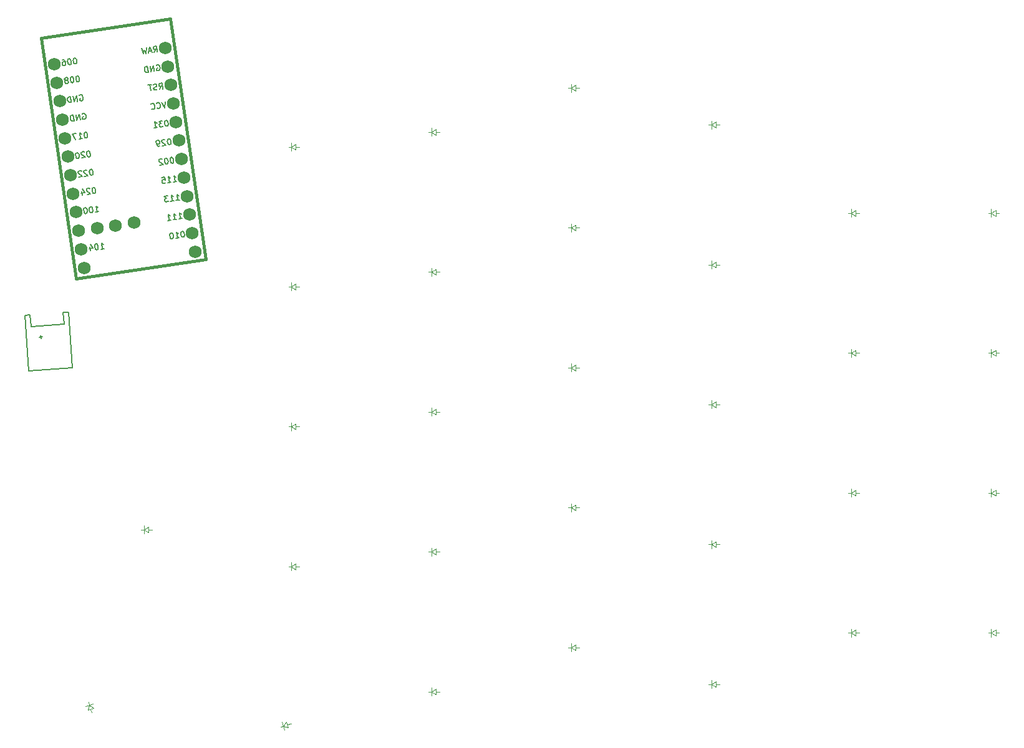
<source format=gbr>
%TF.GenerationSoftware,KiCad,Pcbnew,8.0.8*%
%TF.CreationDate,2025-02-23T20:19:19+00:00*%
%TF.ProjectId,right_final,72696768-745f-4666-996e-616c2e6b6963,v1.0.0*%
%TF.SameCoordinates,Original*%
%TF.FileFunction,Legend,Bot*%
%TF.FilePolarity,Positive*%
%FSLAX46Y46*%
G04 Gerber Fmt 4.6, Leading zero omitted, Abs format (unit mm)*
G04 Created by KiCad (PCBNEW 8.0.8) date 2025-02-23 20:19:19*
%MOMM*%
%LPD*%
G01*
G04 APERTURE LIST*
%ADD10C,0.150000*%
%ADD11C,0.381000*%
%ADD12C,0.100000*%
%ADD13C,1.752600*%
G04 APERTURE END LIST*
D10*
X155730931Y-102956466D02*
X155939812Y-102541009D01*
X156183286Y-102890475D02*
X156067801Y-102098854D01*
X156067801Y-102098854D02*
X155766231Y-102142849D01*
X155766231Y-102142849D02*
X155696338Y-102191543D01*
X155696338Y-102191543D02*
X155664141Y-102234739D01*
X155664141Y-102234739D02*
X155637443Y-102315631D01*
X155637443Y-102315631D02*
X155653941Y-102428719D01*
X155653941Y-102428719D02*
X155702636Y-102498612D01*
X155702636Y-102498612D02*
X155745832Y-102530809D01*
X155745832Y-102530809D02*
X155826723Y-102557507D01*
X155826723Y-102557507D02*
X156128293Y-102513513D01*
X155396366Y-102774283D02*
X155019404Y-102829276D01*
X155504754Y-102989462D02*
X155125395Y-102236336D01*
X155125395Y-102236336D02*
X154977007Y-103066452D01*
X154673041Y-102302328D02*
X154600045Y-103121445D01*
X154600045Y-103121445D02*
X154366771Y-102577999D01*
X154366771Y-102577999D02*
X154298475Y-103165439D01*
X154298475Y-103165439D02*
X153994509Y-102401315D01*
X156025305Y-104710438D02*
X156095198Y-104661743D01*
X156095198Y-104661743D02*
X156208287Y-104645245D01*
X156208287Y-104645245D02*
X156326875Y-104666444D01*
X156326875Y-104666444D02*
X156413266Y-104730838D01*
X156413266Y-104730838D02*
X156461961Y-104800731D01*
X156461961Y-104800731D02*
X156521654Y-104946016D01*
X156521654Y-104946016D02*
X156538152Y-105059105D01*
X156538152Y-105059105D02*
X156522453Y-105215389D01*
X156522453Y-105215389D02*
X156495755Y-105296281D01*
X156495755Y-105296281D02*
X156431361Y-105382672D01*
X156431361Y-105382672D02*
X156323772Y-105436866D01*
X156323772Y-105436866D02*
X156248380Y-105447865D01*
X156248380Y-105447865D02*
X156129792Y-105426666D01*
X156129792Y-105426666D02*
X156086596Y-105394469D01*
X156086596Y-105394469D02*
X156048101Y-105130596D01*
X156048101Y-105130596D02*
X156198886Y-105108599D01*
X155758329Y-105519355D02*
X155642844Y-104727735D01*
X155642844Y-104727735D02*
X155305974Y-105585347D01*
X155305974Y-105585347D02*
X155190489Y-104793726D01*
X154929012Y-105640340D02*
X154813527Y-104848719D01*
X154813527Y-104848719D02*
X154625046Y-104876215D01*
X154625046Y-104876215D02*
X154517457Y-104930409D01*
X154517457Y-104930409D02*
X154453063Y-105016800D01*
X154453063Y-105016800D02*
X154426365Y-105097692D01*
X154426365Y-105097692D02*
X154410666Y-105253976D01*
X154410666Y-105253976D02*
X154427164Y-105367065D01*
X154427164Y-105367065D02*
X154486857Y-105512351D01*
X154486857Y-105512351D02*
X154535552Y-105582244D01*
X154535552Y-105582244D02*
X154621943Y-105646638D01*
X154621943Y-105646638D02*
X154740531Y-105667836D01*
X154740531Y-105667836D02*
X154929012Y-105640340D01*
X156464259Y-107983257D02*
X156673140Y-107567800D01*
X156916614Y-107917266D02*
X156801129Y-107125645D01*
X156801129Y-107125645D02*
X156499559Y-107169639D01*
X156499559Y-107169639D02*
X156429666Y-107218334D01*
X156429666Y-107218334D02*
X156397469Y-107261530D01*
X156397469Y-107261530D02*
X156370771Y-107342422D01*
X156370771Y-107342422D02*
X156387269Y-107455510D01*
X156387269Y-107455510D02*
X156435964Y-107525403D01*
X156435964Y-107525403D02*
X156479160Y-107557600D01*
X156479160Y-107557600D02*
X156560051Y-107584298D01*
X156560051Y-107584298D02*
X156861621Y-107540304D01*
X156157190Y-107989555D02*
X156049601Y-108043749D01*
X156049601Y-108043749D02*
X155861120Y-108071246D01*
X155861120Y-108071246D02*
X155780228Y-108044548D01*
X155780228Y-108044548D02*
X155737033Y-108012351D01*
X155737033Y-108012351D02*
X155688338Y-107942458D01*
X155688338Y-107942458D02*
X155677339Y-107867066D01*
X155677339Y-107867066D02*
X155704037Y-107786174D01*
X155704037Y-107786174D02*
X155736234Y-107742978D01*
X155736234Y-107742978D02*
X155806127Y-107694284D01*
X155806127Y-107694284D02*
X155951413Y-107634590D01*
X155951413Y-107634590D02*
X156021306Y-107585895D01*
X156021306Y-107585895D02*
X156053503Y-107542700D01*
X156053503Y-107542700D02*
X156080200Y-107461808D01*
X156080200Y-107461808D02*
X156069202Y-107386416D01*
X156069202Y-107386416D02*
X156020507Y-107316523D01*
X156020507Y-107316523D02*
X155977311Y-107284326D01*
X155977311Y-107284326D02*
X155896420Y-107257628D01*
X155896420Y-107257628D02*
X155707939Y-107285124D01*
X155707939Y-107285124D02*
X155600349Y-107339319D01*
X155368672Y-107334618D02*
X154916318Y-107400609D01*
X155257980Y-108159234D02*
X155142495Y-107367614D01*
X157287150Y-109621628D02*
X157138762Y-110451744D01*
X157138762Y-110451744D02*
X156759403Y-109698618D01*
X156147662Y-110519333D02*
X156190857Y-110551530D01*
X156190857Y-110551530D02*
X156309445Y-110572728D01*
X156309445Y-110572728D02*
X156384837Y-110561730D01*
X156384837Y-110561730D02*
X156492427Y-110507536D01*
X156492427Y-110507536D02*
X156556821Y-110421145D01*
X156556821Y-110421145D02*
X156583518Y-110340253D01*
X156583518Y-110340253D02*
X156599217Y-110183969D01*
X156599217Y-110183969D02*
X156582720Y-110070880D01*
X156582720Y-110070880D02*
X156523026Y-109925594D01*
X156523026Y-109925594D02*
X156474331Y-109855701D01*
X156474331Y-109855701D02*
X156387940Y-109791307D01*
X156387940Y-109791307D02*
X156269352Y-109770109D01*
X156269352Y-109770109D02*
X156193960Y-109781108D01*
X156193960Y-109781108D02*
X156086371Y-109835302D01*
X156086371Y-109835302D02*
X156054174Y-109878497D01*
X155356041Y-110634818D02*
X155399236Y-110667015D01*
X155399236Y-110667015D02*
X155517824Y-110688213D01*
X155517824Y-110688213D02*
X155593217Y-110677215D01*
X155593217Y-110677215D02*
X155700806Y-110623021D01*
X155700806Y-110623021D02*
X155765200Y-110536630D01*
X155765200Y-110536630D02*
X155791898Y-110455738D01*
X155791898Y-110455738D02*
X155807597Y-110299454D01*
X155807597Y-110299454D02*
X155791099Y-110186365D01*
X155791099Y-110186365D02*
X155731406Y-110041079D01*
X155731406Y-110041079D02*
X155682711Y-109971186D01*
X155682711Y-109971186D02*
X155596320Y-109906792D01*
X155596320Y-109906792D02*
X155477732Y-109885594D01*
X155477732Y-109885594D02*
X155402339Y-109896593D01*
X155402339Y-109896593D02*
X155294750Y-109950787D01*
X155294750Y-109950787D02*
X155262553Y-109993982D01*
X157389942Y-112173519D02*
X157314549Y-112184518D01*
X157314549Y-112184518D02*
X157244656Y-112233213D01*
X157244656Y-112233213D02*
X157212459Y-112276408D01*
X157212459Y-112276408D02*
X157185761Y-112357300D01*
X157185761Y-112357300D02*
X157170062Y-112513584D01*
X157170062Y-112513584D02*
X157197559Y-112702065D01*
X157197559Y-112702065D02*
X157257252Y-112847351D01*
X157257252Y-112847351D02*
X157305947Y-112917244D01*
X157305947Y-112917244D02*
X157349142Y-112949441D01*
X157349142Y-112949441D02*
X157430034Y-112976139D01*
X157430034Y-112976139D02*
X157505427Y-112965140D01*
X157505427Y-112965140D02*
X157575320Y-112916445D01*
X157575320Y-112916445D02*
X157607517Y-112873250D01*
X157607517Y-112873250D02*
X157634214Y-112792358D01*
X157634214Y-112792358D02*
X157649913Y-112636074D01*
X157649913Y-112636074D02*
X157622417Y-112447593D01*
X157622417Y-112447593D02*
X157562724Y-112302307D01*
X157562724Y-112302307D02*
X157514029Y-112232414D01*
X157514029Y-112232414D02*
X157470833Y-112200217D01*
X157470833Y-112200217D02*
X157389942Y-112173519D01*
X156862194Y-112250509D02*
X156372143Y-112322000D01*
X156372143Y-112322000D02*
X156680011Y-112585075D01*
X156680011Y-112585075D02*
X156566923Y-112601573D01*
X156566923Y-112601573D02*
X156497029Y-112650268D01*
X156497029Y-112650268D02*
X156464832Y-112693463D01*
X156464832Y-112693463D02*
X156438135Y-112774355D01*
X156438135Y-112774355D02*
X156465631Y-112962836D01*
X156465631Y-112962836D02*
X156514326Y-113032729D01*
X156514326Y-113032729D02*
X156557522Y-113064926D01*
X156557522Y-113064926D02*
X156638413Y-113091624D01*
X156638413Y-113091624D02*
X156864591Y-113058628D01*
X156864591Y-113058628D02*
X156934484Y-113009933D01*
X156934484Y-113009933D02*
X156966681Y-112966738D01*
X155733704Y-113223606D02*
X156186058Y-113157615D01*
X155959881Y-113190611D02*
X155844396Y-112398990D01*
X155844396Y-112398990D02*
X155936286Y-112501080D01*
X155936286Y-112501080D02*
X156022677Y-112565474D01*
X156022677Y-112565474D02*
X156103569Y-112592172D01*
X157756607Y-114686914D02*
X157681214Y-114697913D01*
X157681214Y-114697913D02*
X157611321Y-114746608D01*
X157611321Y-114746608D02*
X157579124Y-114789803D01*
X157579124Y-114789803D02*
X157552426Y-114870695D01*
X157552426Y-114870695D02*
X157536727Y-115026979D01*
X157536727Y-115026979D02*
X157564224Y-115215460D01*
X157564224Y-115215460D02*
X157623917Y-115360746D01*
X157623917Y-115360746D02*
X157672612Y-115430639D01*
X157672612Y-115430639D02*
X157715807Y-115462836D01*
X157715807Y-115462836D02*
X157796699Y-115489534D01*
X157796699Y-115489534D02*
X157872092Y-115478535D01*
X157872092Y-115478535D02*
X157941985Y-115429840D01*
X157941985Y-115429840D02*
X157974182Y-115386645D01*
X157974182Y-115386645D02*
X158000879Y-115305753D01*
X158000879Y-115305753D02*
X158016578Y-115149469D01*
X158016578Y-115149469D02*
X157989082Y-114960988D01*
X157989082Y-114960988D02*
X157929389Y-114815702D01*
X157929389Y-114815702D02*
X157880694Y-114745809D01*
X157880694Y-114745809D02*
X157837498Y-114713612D01*
X157837498Y-114713612D02*
X157756607Y-114686914D01*
X157202162Y-114844796D02*
X157158966Y-114812599D01*
X157158966Y-114812599D02*
X157078074Y-114785902D01*
X157078074Y-114785902D02*
X156889593Y-114813398D01*
X156889593Y-114813398D02*
X156819700Y-114862093D01*
X156819700Y-114862093D02*
X156787503Y-114905288D01*
X156787503Y-114905288D02*
X156760806Y-114986180D01*
X156760806Y-114986180D02*
X156771804Y-115061572D01*
X156771804Y-115061572D02*
X156825998Y-115169162D01*
X156825998Y-115169162D02*
X157344344Y-115555525D01*
X157344344Y-115555525D02*
X156854293Y-115627016D01*
X156477331Y-115682009D02*
X156326546Y-115704006D01*
X156326546Y-115704006D02*
X156245654Y-115677308D01*
X156245654Y-115677308D02*
X156202459Y-115645111D01*
X156202459Y-115645111D02*
X156110569Y-115543021D01*
X156110569Y-115543021D02*
X156050875Y-115397735D01*
X156050875Y-115397735D02*
X156006881Y-115096166D01*
X156006881Y-115096166D02*
X156033579Y-115015274D01*
X156033579Y-115015274D02*
X156065775Y-114972078D01*
X156065775Y-114972078D02*
X156135669Y-114923384D01*
X156135669Y-114923384D02*
X156286454Y-114901387D01*
X156286454Y-114901387D02*
X156367345Y-114928084D01*
X156367345Y-114928084D02*
X156410541Y-114960281D01*
X156410541Y-114960281D02*
X156459236Y-115030174D01*
X156459236Y-115030174D02*
X156486732Y-115218655D01*
X156486732Y-115218655D02*
X156460034Y-115299547D01*
X156460034Y-115299547D02*
X156427837Y-115342743D01*
X156427837Y-115342743D02*
X156357944Y-115391437D01*
X156357944Y-115391437D02*
X156207159Y-115413435D01*
X156207159Y-115413435D02*
X156126268Y-115386737D01*
X156126268Y-115386737D02*
X156083072Y-115354540D01*
X156083072Y-115354540D02*
X156034377Y-115284647D01*
X158123272Y-117200310D02*
X158047879Y-117211309D01*
X158047879Y-117211309D02*
X157977986Y-117260004D01*
X157977986Y-117260004D02*
X157945789Y-117303199D01*
X157945789Y-117303199D02*
X157919091Y-117384091D01*
X157919091Y-117384091D02*
X157903392Y-117540375D01*
X157903392Y-117540375D02*
X157930889Y-117728856D01*
X157930889Y-117728856D02*
X157990582Y-117874142D01*
X157990582Y-117874142D02*
X158039277Y-117944035D01*
X158039277Y-117944035D02*
X158082472Y-117976232D01*
X158082472Y-117976232D02*
X158163364Y-118002930D01*
X158163364Y-118002930D02*
X158238757Y-117991931D01*
X158238757Y-117991931D02*
X158308650Y-117943236D01*
X158308650Y-117943236D02*
X158340847Y-117900041D01*
X158340847Y-117900041D02*
X158367544Y-117819149D01*
X158367544Y-117819149D02*
X158383243Y-117662865D01*
X158383243Y-117662865D02*
X158355747Y-117474384D01*
X158355747Y-117474384D02*
X158296054Y-117329098D01*
X158296054Y-117329098D02*
X158247359Y-117259205D01*
X158247359Y-117259205D02*
X158204163Y-117227008D01*
X158204163Y-117227008D02*
X158123272Y-117200310D01*
X157369347Y-117310296D02*
X157293955Y-117321295D01*
X157293955Y-117321295D02*
X157224061Y-117369989D01*
X157224061Y-117369989D02*
X157191864Y-117413185D01*
X157191864Y-117413185D02*
X157165167Y-117494077D01*
X157165167Y-117494077D02*
X157149468Y-117650361D01*
X157149468Y-117650361D02*
X157176964Y-117838842D01*
X157176964Y-117838842D02*
X157236657Y-117984128D01*
X157236657Y-117984128D02*
X157285352Y-118054021D01*
X157285352Y-118054021D02*
X157328548Y-118086218D01*
X157328548Y-118086218D02*
X157409439Y-118112915D01*
X157409439Y-118112915D02*
X157484832Y-118101917D01*
X157484832Y-118101917D02*
X157554725Y-118053222D01*
X157554725Y-118053222D02*
X157586922Y-118010026D01*
X157586922Y-118010026D02*
X157613620Y-117929135D01*
X157613620Y-117929135D02*
X157629319Y-117772851D01*
X157629319Y-117772851D02*
X157601822Y-117584369D01*
X157601822Y-117584369D02*
X157542129Y-117439084D01*
X157542129Y-117439084D02*
X157493434Y-117369191D01*
X157493434Y-117369191D02*
X157450239Y-117336994D01*
X157450239Y-117336994D02*
X157369347Y-117310296D01*
X156814902Y-117468178D02*
X156771706Y-117435981D01*
X156771706Y-117435981D02*
X156690815Y-117409283D01*
X156690815Y-117409283D02*
X156502334Y-117436780D01*
X156502334Y-117436780D02*
X156432440Y-117485474D01*
X156432440Y-117485474D02*
X156400244Y-117528670D01*
X156400244Y-117528670D02*
X156373546Y-117609562D01*
X156373546Y-117609562D02*
X156384544Y-117684954D01*
X156384544Y-117684954D02*
X156438739Y-117792544D01*
X156438739Y-117792544D02*
X156957085Y-118178907D01*
X156957085Y-118178907D02*
X156467034Y-118250397D01*
X158341547Y-120543821D02*
X158793902Y-120477830D01*
X158567724Y-120510825D02*
X158452239Y-119719205D01*
X158452239Y-119719205D02*
X158544130Y-119821295D01*
X158544130Y-119821295D02*
X158630521Y-119885689D01*
X158630521Y-119885689D02*
X158711412Y-119912386D01*
X157587622Y-120653807D02*
X158039977Y-120587815D01*
X157813800Y-120620811D02*
X157698315Y-119829190D01*
X157698315Y-119829190D02*
X157790205Y-119931280D01*
X157790205Y-119931280D02*
X157876596Y-119995674D01*
X157876596Y-119995674D02*
X157957488Y-120022372D01*
X156755909Y-119966673D02*
X157132871Y-119911680D01*
X157132871Y-119911680D02*
X157225560Y-120283143D01*
X157225560Y-120283143D02*
X157182365Y-120250946D01*
X157182365Y-120250946D02*
X157101473Y-120224248D01*
X157101473Y-120224248D02*
X156912992Y-120251744D01*
X156912992Y-120251744D02*
X156843099Y-120300439D01*
X156843099Y-120300439D02*
X156810902Y-120343635D01*
X156810902Y-120343635D02*
X156784204Y-120424526D01*
X156784204Y-120424526D02*
X156811701Y-120613008D01*
X156811701Y-120613008D02*
X156860395Y-120682901D01*
X156860395Y-120682901D02*
X156903591Y-120715098D01*
X156903591Y-120715098D02*
X156984483Y-120741795D01*
X156984483Y-120741795D02*
X157172964Y-120714299D01*
X157172964Y-120714299D02*
X157242857Y-120665604D01*
X157242857Y-120665604D02*
X157275054Y-120622409D01*
X158708212Y-123057217D02*
X159160567Y-122991226D01*
X158934389Y-123024221D02*
X158818904Y-122232601D01*
X158818904Y-122232601D02*
X158910795Y-122334691D01*
X158910795Y-122334691D02*
X158997186Y-122399085D01*
X158997186Y-122399085D02*
X159078077Y-122425782D01*
X157954287Y-123167203D02*
X158406642Y-123101211D01*
X158180465Y-123134207D02*
X158064980Y-122342586D01*
X158064980Y-122342586D02*
X158156870Y-122444676D01*
X158156870Y-122444676D02*
X158243261Y-122509070D01*
X158243261Y-122509070D02*
X158324153Y-122535768D01*
X157574929Y-122414077D02*
X157084878Y-122485568D01*
X157084878Y-122485568D02*
X157392746Y-122748643D01*
X157392746Y-122748643D02*
X157279657Y-122765140D01*
X157279657Y-122765140D02*
X157209764Y-122813835D01*
X157209764Y-122813835D02*
X157177567Y-122857031D01*
X157177567Y-122857031D02*
X157150869Y-122937922D01*
X157150869Y-122937922D02*
X157178366Y-123126404D01*
X157178366Y-123126404D02*
X157227060Y-123196297D01*
X157227060Y-123196297D02*
X157270256Y-123228494D01*
X157270256Y-123228494D02*
X157351148Y-123255191D01*
X157351148Y-123255191D02*
X157577325Y-123222196D01*
X157577325Y-123222196D02*
X157647218Y-123173501D01*
X157647218Y-123173501D02*
X157679415Y-123130305D01*
X159074877Y-125570612D02*
X159527232Y-125504621D01*
X159301054Y-125537616D02*
X159185569Y-124745996D01*
X159185569Y-124745996D02*
X159277460Y-124848086D01*
X159277460Y-124848086D02*
X159363851Y-124912480D01*
X159363851Y-124912480D02*
X159444742Y-124939177D01*
X158320952Y-125680598D02*
X158773307Y-125614606D01*
X158547130Y-125647602D02*
X158431645Y-124855981D01*
X158431645Y-124855981D02*
X158523535Y-124958071D01*
X158523535Y-124958071D02*
X158609926Y-125022465D01*
X158609926Y-125022465D02*
X158690818Y-125049163D01*
X157567028Y-125790583D02*
X158019382Y-125724592D01*
X157793205Y-125757588D02*
X157677720Y-124965967D01*
X157677720Y-124965967D02*
X157769610Y-125068057D01*
X157769610Y-125068057D02*
X157856001Y-125132451D01*
X157856001Y-125132451D02*
X157936893Y-125159149D01*
X159589931Y-127253892D02*
X159514538Y-127264891D01*
X159514538Y-127264891D02*
X159444645Y-127313586D01*
X159444645Y-127313586D02*
X159412448Y-127356781D01*
X159412448Y-127356781D02*
X159385750Y-127437673D01*
X159385750Y-127437673D02*
X159370051Y-127593957D01*
X159370051Y-127593957D02*
X159397548Y-127782438D01*
X159397548Y-127782438D02*
X159457241Y-127927724D01*
X159457241Y-127927724D02*
X159505936Y-127997617D01*
X159505936Y-127997617D02*
X159549131Y-128029814D01*
X159549131Y-128029814D02*
X159630023Y-128056512D01*
X159630023Y-128056512D02*
X159705416Y-128045513D01*
X159705416Y-128045513D02*
X159775309Y-127996818D01*
X159775309Y-127996818D02*
X159807506Y-127953623D01*
X159807506Y-127953623D02*
X159834203Y-127872731D01*
X159834203Y-127872731D02*
X159849902Y-127716447D01*
X159849902Y-127716447D02*
X159822406Y-127527966D01*
X159822406Y-127527966D02*
X159762713Y-127382680D01*
X159762713Y-127382680D02*
X159714018Y-127312787D01*
X159714018Y-127312787D02*
X159670822Y-127280590D01*
X159670822Y-127280590D02*
X159589931Y-127253892D01*
X158687617Y-128193994D02*
X159139972Y-128128002D01*
X158913795Y-128160998D02*
X158798310Y-127369377D01*
X158798310Y-127369377D02*
X158890200Y-127471467D01*
X158890200Y-127471467D02*
X158976591Y-127535861D01*
X158976591Y-127535861D02*
X159057483Y-127562559D01*
X158082081Y-127473864D02*
X158006689Y-127484862D01*
X158006689Y-127484862D02*
X157936796Y-127533557D01*
X157936796Y-127533557D02*
X157904599Y-127576753D01*
X157904599Y-127576753D02*
X157877901Y-127657644D01*
X157877901Y-127657644D02*
X157862202Y-127813929D01*
X157862202Y-127813929D02*
X157889698Y-128002410D01*
X157889698Y-128002410D02*
X157949392Y-128147695D01*
X157949392Y-128147695D02*
X157998087Y-128217588D01*
X157998087Y-128217588D02*
X158041282Y-128249785D01*
X158041282Y-128249785D02*
X158122174Y-128276483D01*
X158122174Y-128276483D02*
X158197566Y-128265484D01*
X158197566Y-128265484D02*
X158267459Y-128216790D01*
X158267459Y-128216790D02*
X158299656Y-128173594D01*
X158299656Y-128173594D02*
X158326354Y-128092702D01*
X158326354Y-128092702D02*
X158342053Y-127936418D01*
X158342053Y-127936418D02*
X158314557Y-127747937D01*
X158314557Y-127747937D02*
X158254863Y-127602652D01*
X158254863Y-127602652D02*
X158206169Y-127532758D01*
X158206169Y-127532758D02*
X158162973Y-127500561D01*
X158162973Y-127500561D02*
X158082081Y-127473864D01*
X144964898Y-103718592D02*
X144889505Y-103729591D01*
X144889505Y-103729591D02*
X144819612Y-103778286D01*
X144819612Y-103778286D02*
X144787415Y-103821481D01*
X144787415Y-103821481D02*
X144760717Y-103902373D01*
X144760717Y-103902373D02*
X144745018Y-104058657D01*
X144745018Y-104058657D02*
X144772515Y-104247138D01*
X144772515Y-104247138D02*
X144832208Y-104392424D01*
X144832208Y-104392424D02*
X144880903Y-104462317D01*
X144880903Y-104462317D02*
X144924098Y-104494514D01*
X144924098Y-104494514D02*
X145004990Y-104521212D01*
X145004990Y-104521212D02*
X145080383Y-104510213D01*
X145080383Y-104510213D02*
X145150276Y-104461518D01*
X145150276Y-104461518D02*
X145182473Y-104418323D01*
X145182473Y-104418323D02*
X145209170Y-104337431D01*
X145209170Y-104337431D02*
X145224869Y-104181147D01*
X145224869Y-104181147D02*
X145197373Y-103992666D01*
X145197373Y-103992666D02*
X145137680Y-103847380D01*
X145137680Y-103847380D02*
X145088985Y-103777487D01*
X145088985Y-103777487D02*
X145045789Y-103745290D01*
X145045789Y-103745290D02*
X144964898Y-103718592D01*
X144210973Y-103828578D02*
X144135581Y-103839577D01*
X144135581Y-103839577D02*
X144065687Y-103888271D01*
X144065687Y-103888271D02*
X144033490Y-103931467D01*
X144033490Y-103931467D02*
X144006793Y-104012359D01*
X144006793Y-104012359D02*
X143991094Y-104168643D01*
X143991094Y-104168643D02*
X144018590Y-104357124D01*
X144018590Y-104357124D02*
X144078283Y-104502410D01*
X144078283Y-104502410D02*
X144126978Y-104572303D01*
X144126978Y-104572303D02*
X144170174Y-104604500D01*
X144170174Y-104604500D02*
X144251065Y-104631197D01*
X144251065Y-104631197D02*
X144326458Y-104620199D01*
X144326458Y-104620199D02*
X144396351Y-104571504D01*
X144396351Y-104571504D02*
X144428548Y-104528308D01*
X144428548Y-104528308D02*
X144455246Y-104447417D01*
X144455246Y-104447417D02*
X144470945Y-104291133D01*
X144470945Y-104291133D02*
X144443448Y-104102651D01*
X144443448Y-104102651D02*
X144383755Y-103957366D01*
X144383755Y-103957366D02*
X144335060Y-103887473D01*
X144335060Y-103887473D02*
X144291865Y-103855276D01*
X144291865Y-103855276D02*
X144210973Y-103828578D01*
X143268567Y-103966060D02*
X143419352Y-103944063D01*
X143419352Y-103944063D02*
X143500244Y-103970761D01*
X143500244Y-103970761D02*
X143543439Y-104002958D01*
X143543439Y-104002958D02*
X143635330Y-104105048D01*
X143635330Y-104105048D02*
X143695023Y-104250333D01*
X143695023Y-104250333D02*
X143739017Y-104551903D01*
X143739017Y-104551903D02*
X143712320Y-104632795D01*
X143712320Y-104632795D02*
X143680123Y-104675990D01*
X143680123Y-104675990D02*
X143610229Y-104724685D01*
X143610229Y-104724685D02*
X143459445Y-104746682D01*
X143459445Y-104746682D02*
X143378553Y-104719985D01*
X143378553Y-104719985D02*
X143335357Y-104687788D01*
X143335357Y-104687788D02*
X143286663Y-104617895D01*
X143286663Y-104617895D02*
X143259166Y-104429413D01*
X143259166Y-104429413D02*
X143285864Y-104348522D01*
X143285864Y-104348522D02*
X143318061Y-104305326D01*
X143318061Y-104305326D02*
X143387954Y-104256631D01*
X143387954Y-104256631D02*
X143538739Y-104234634D01*
X143538739Y-104234634D02*
X143619631Y-104261332D01*
X143619631Y-104261332D02*
X143662826Y-104293529D01*
X143662826Y-104293529D02*
X143711521Y-104363422D01*
X145321457Y-106162721D02*
X145246064Y-106173720D01*
X145246064Y-106173720D02*
X145176171Y-106222415D01*
X145176171Y-106222415D02*
X145143974Y-106265610D01*
X145143974Y-106265610D02*
X145117276Y-106346502D01*
X145117276Y-106346502D02*
X145101577Y-106502786D01*
X145101577Y-106502786D02*
X145129074Y-106691267D01*
X145129074Y-106691267D02*
X145188767Y-106836553D01*
X145188767Y-106836553D02*
X145237462Y-106906446D01*
X145237462Y-106906446D02*
X145280657Y-106938643D01*
X145280657Y-106938643D02*
X145361549Y-106965341D01*
X145361549Y-106965341D02*
X145436942Y-106954342D01*
X145436942Y-106954342D02*
X145506835Y-106905647D01*
X145506835Y-106905647D02*
X145539032Y-106862452D01*
X145539032Y-106862452D02*
X145565729Y-106781560D01*
X145565729Y-106781560D02*
X145581428Y-106625276D01*
X145581428Y-106625276D02*
X145553932Y-106436795D01*
X145553932Y-106436795D02*
X145494239Y-106291509D01*
X145494239Y-106291509D02*
X145445544Y-106221616D01*
X145445544Y-106221616D02*
X145402348Y-106189419D01*
X145402348Y-106189419D02*
X145321457Y-106162721D01*
X144567532Y-106272707D02*
X144492140Y-106283706D01*
X144492140Y-106283706D02*
X144422246Y-106332400D01*
X144422246Y-106332400D02*
X144390049Y-106375596D01*
X144390049Y-106375596D02*
X144363352Y-106456488D01*
X144363352Y-106456488D02*
X144347653Y-106612772D01*
X144347653Y-106612772D02*
X144375149Y-106801253D01*
X144375149Y-106801253D02*
X144434842Y-106946539D01*
X144434842Y-106946539D02*
X144483537Y-107016432D01*
X144483537Y-107016432D02*
X144526733Y-107048629D01*
X144526733Y-107048629D02*
X144607624Y-107075326D01*
X144607624Y-107075326D02*
X144683017Y-107064328D01*
X144683017Y-107064328D02*
X144752910Y-107015633D01*
X144752910Y-107015633D02*
X144785107Y-106972437D01*
X144785107Y-106972437D02*
X144811805Y-106891546D01*
X144811805Y-106891546D02*
X144827504Y-106735262D01*
X144827504Y-106735262D02*
X144800007Y-106546780D01*
X144800007Y-106546780D02*
X144740314Y-106401495D01*
X144740314Y-106401495D02*
X144691619Y-106331602D01*
X144691619Y-106331602D02*
X144648424Y-106299405D01*
X144648424Y-106299405D02*
X144567532Y-106272707D01*
X143900797Y-106716460D02*
X143970690Y-106667765D01*
X143970690Y-106667765D02*
X144002887Y-106624569D01*
X144002887Y-106624569D02*
X144029585Y-106543678D01*
X144029585Y-106543678D02*
X144024086Y-106505981D01*
X144024086Y-106505981D02*
X143975391Y-106436088D01*
X143975391Y-106436088D02*
X143932195Y-106403891D01*
X143932195Y-106403891D02*
X143851304Y-106377194D01*
X143851304Y-106377194D02*
X143700519Y-106399191D01*
X143700519Y-106399191D02*
X143630625Y-106447885D01*
X143630625Y-106447885D02*
X143598429Y-106491081D01*
X143598429Y-106491081D02*
X143571731Y-106571973D01*
X143571731Y-106571973D02*
X143577230Y-106609669D01*
X143577230Y-106609669D02*
X143625925Y-106679562D01*
X143625925Y-106679562D02*
X143669120Y-106711759D01*
X143669120Y-106711759D02*
X143750012Y-106738457D01*
X143750012Y-106738457D02*
X143900797Y-106716460D01*
X143900797Y-106716460D02*
X143981689Y-106743157D01*
X143981689Y-106743157D02*
X144024884Y-106775354D01*
X144024884Y-106775354D02*
X144073579Y-106845247D01*
X144073579Y-106845247D02*
X144095576Y-106996032D01*
X144095576Y-106996032D02*
X144068879Y-107076924D01*
X144068879Y-107076924D02*
X144036682Y-107120119D01*
X144036682Y-107120119D02*
X143966788Y-107168814D01*
X143966788Y-107168814D02*
X143816004Y-107190811D01*
X143816004Y-107190811D02*
X143735112Y-107164114D01*
X143735112Y-107164114D02*
X143691916Y-107131917D01*
X143691916Y-107131917D02*
X143643222Y-107062024D01*
X143643222Y-107062024D02*
X143621224Y-106911239D01*
X143621224Y-106911239D02*
X143647922Y-106830347D01*
X143647922Y-106830347D02*
X143680119Y-106787151D01*
X143680119Y-106787151D02*
X143750012Y-106738457D01*
X145590636Y-108799578D02*
X145660529Y-108750883D01*
X145660529Y-108750883D02*
X145773618Y-108734385D01*
X145773618Y-108734385D02*
X145892206Y-108755584D01*
X145892206Y-108755584D02*
X145978597Y-108819978D01*
X145978597Y-108819978D02*
X146027292Y-108889871D01*
X146027292Y-108889871D02*
X146086985Y-109035156D01*
X146086985Y-109035156D02*
X146103483Y-109148245D01*
X146103483Y-109148245D02*
X146087784Y-109304529D01*
X146087784Y-109304529D02*
X146061086Y-109385421D01*
X146061086Y-109385421D02*
X145996692Y-109471812D01*
X145996692Y-109471812D02*
X145889103Y-109526006D01*
X145889103Y-109526006D02*
X145813711Y-109537005D01*
X145813711Y-109537005D02*
X145695123Y-109515806D01*
X145695123Y-109515806D02*
X145651927Y-109483609D01*
X145651927Y-109483609D02*
X145613432Y-109219736D01*
X145613432Y-109219736D02*
X145764217Y-109197739D01*
X145323660Y-109608495D02*
X145208175Y-108816875D01*
X145208175Y-108816875D02*
X144871305Y-109674487D01*
X144871305Y-109674487D02*
X144755820Y-108882866D01*
X144494343Y-109729480D02*
X144378858Y-108937859D01*
X144378858Y-108937859D02*
X144190377Y-108965355D01*
X144190377Y-108965355D02*
X144082788Y-109019549D01*
X144082788Y-109019549D02*
X144018394Y-109105940D01*
X144018394Y-109105940D02*
X143991696Y-109186832D01*
X143991696Y-109186832D02*
X143975997Y-109343116D01*
X143975997Y-109343116D02*
X143992495Y-109456205D01*
X143992495Y-109456205D02*
X144052188Y-109601491D01*
X144052188Y-109601491D02*
X144100883Y-109671384D01*
X144100883Y-109671384D02*
X144187274Y-109735778D01*
X144187274Y-109735778D02*
X144305862Y-109756976D01*
X144305862Y-109756976D02*
X144494343Y-109729480D01*
X145957301Y-111312973D02*
X146027194Y-111264278D01*
X146027194Y-111264278D02*
X146140283Y-111247780D01*
X146140283Y-111247780D02*
X146258871Y-111268979D01*
X146258871Y-111268979D02*
X146345262Y-111333373D01*
X146345262Y-111333373D02*
X146393957Y-111403266D01*
X146393957Y-111403266D02*
X146453650Y-111548551D01*
X146453650Y-111548551D02*
X146470148Y-111661640D01*
X146470148Y-111661640D02*
X146454449Y-111817924D01*
X146454449Y-111817924D02*
X146427751Y-111898816D01*
X146427751Y-111898816D02*
X146363357Y-111985207D01*
X146363357Y-111985207D02*
X146255768Y-112039401D01*
X146255768Y-112039401D02*
X146180376Y-112050400D01*
X146180376Y-112050400D02*
X146061788Y-112029201D01*
X146061788Y-112029201D02*
X146018592Y-111997004D01*
X146018592Y-111997004D02*
X145980097Y-111733131D01*
X145980097Y-111733131D02*
X146130882Y-111711134D01*
X145690325Y-112121890D02*
X145574840Y-111330270D01*
X145574840Y-111330270D02*
X145237970Y-112187882D01*
X145237970Y-112187882D02*
X145122485Y-111396261D01*
X144861008Y-112242875D02*
X144745523Y-111451254D01*
X144745523Y-111451254D02*
X144557042Y-111478750D01*
X144557042Y-111478750D02*
X144449453Y-111532944D01*
X144449453Y-111532944D02*
X144385059Y-111619335D01*
X144385059Y-111619335D02*
X144358361Y-111700227D01*
X144358361Y-111700227D02*
X144342662Y-111856511D01*
X144342662Y-111856511D02*
X144359160Y-111969600D01*
X144359160Y-111969600D02*
X144418853Y-112114886D01*
X144418853Y-112114886D02*
X144467548Y-112184779D01*
X144467548Y-112184779D02*
X144553939Y-112249173D01*
X144553939Y-112249173D02*
X144672527Y-112270371D01*
X144672527Y-112270371D02*
X144861008Y-112242875D01*
X146433000Y-113782070D02*
X146357607Y-113793069D01*
X146357607Y-113793069D02*
X146287714Y-113841764D01*
X146287714Y-113841764D02*
X146255517Y-113884959D01*
X146255517Y-113884959D02*
X146228819Y-113965851D01*
X146228819Y-113965851D02*
X146213120Y-114122135D01*
X146213120Y-114122135D02*
X146240617Y-114310616D01*
X146240617Y-114310616D02*
X146300310Y-114455902D01*
X146300310Y-114455902D02*
X146349005Y-114525795D01*
X146349005Y-114525795D02*
X146392200Y-114557992D01*
X146392200Y-114557992D02*
X146473092Y-114584690D01*
X146473092Y-114584690D02*
X146548485Y-114573691D01*
X146548485Y-114573691D02*
X146618378Y-114524996D01*
X146618378Y-114524996D02*
X146650575Y-114481801D01*
X146650575Y-114481801D02*
X146677272Y-114400909D01*
X146677272Y-114400909D02*
X146692971Y-114244625D01*
X146692971Y-114244625D02*
X146665475Y-114056144D01*
X146665475Y-114056144D02*
X146605782Y-113910858D01*
X146605782Y-113910858D02*
X146557087Y-113840965D01*
X146557087Y-113840965D02*
X146513891Y-113808768D01*
X146513891Y-113808768D02*
X146433000Y-113782070D01*
X145530686Y-114722172D02*
X145983041Y-114656180D01*
X145756864Y-114689176D02*
X145641379Y-113897555D01*
X145641379Y-113897555D02*
X145733269Y-113999645D01*
X145733269Y-113999645D02*
X145819660Y-114064039D01*
X145819660Y-114064039D02*
X145900552Y-114090737D01*
X145151328Y-113969046D02*
X144623581Y-114046036D01*
X144623581Y-114046036D02*
X145078331Y-114788163D01*
X146808326Y-116354837D02*
X146732933Y-116365836D01*
X146732933Y-116365836D02*
X146663040Y-116414531D01*
X146663040Y-116414531D02*
X146630843Y-116457726D01*
X146630843Y-116457726D02*
X146604145Y-116538618D01*
X146604145Y-116538618D02*
X146588446Y-116694902D01*
X146588446Y-116694902D02*
X146615943Y-116883383D01*
X146615943Y-116883383D02*
X146675636Y-117028669D01*
X146675636Y-117028669D02*
X146724331Y-117098562D01*
X146724331Y-117098562D02*
X146767526Y-117130759D01*
X146767526Y-117130759D02*
X146848418Y-117157457D01*
X146848418Y-117157457D02*
X146923811Y-117146458D01*
X146923811Y-117146458D02*
X146993704Y-117097763D01*
X146993704Y-117097763D02*
X147025901Y-117054568D01*
X147025901Y-117054568D02*
X147052598Y-116973676D01*
X147052598Y-116973676D02*
X147068297Y-116817392D01*
X147068297Y-116817392D02*
X147040801Y-116628911D01*
X147040801Y-116628911D02*
X146981108Y-116483625D01*
X146981108Y-116483625D02*
X146932413Y-116413732D01*
X146932413Y-116413732D02*
X146889217Y-116381535D01*
X146889217Y-116381535D02*
X146808326Y-116354837D01*
X146253881Y-116512719D02*
X146210685Y-116480522D01*
X146210685Y-116480522D02*
X146129793Y-116453825D01*
X146129793Y-116453825D02*
X145941312Y-116481321D01*
X145941312Y-116481321D02*
X145871419Y-116530016D01*
X145871419Y-116530016D02*
X145839222Y-116573211D01*
X145839222Y-116573211D02*
X145812525Y-116654103D01*
X145812525Y-116654103D02*
X145823523Y-116729495D01*
X145823523Y-116729495D02*
X145877717Y-116837085D01*
X145877717Y-116837085D02*
X146396063Y-117223448D01*
X146396063Y-117223448D02*
X145906012Y-117294939D01*
X145300476Y-116574809D02*
X145225084Y-116585807D01*
X145225084Y-116585807D02*
X145155191Y-116634502D01*
X145155191Y-116634502D02*
X145122994Y-116677698D01*
X145122994Y-116677698D02*
X145096296Y-116758589D01*
X145096296Y-116758589D02*
X145080597Y-116914874D01*
X145080597Y-116914874D02*
X145108093Y-117103355D01*
X145108093Y-117103355D02*
X145167787Y-117248640D01*
X145167787Y-117248640D02*
X145216482Y-117318533D01*
X145216482Y-117318533D02*
X145259677Y-117350730D01*
X145259677Y-117350730D02*
X145340569Y-117377428D01*
X145340569Y-117377428D02*
X145415961Y-117366429D01*
X145415961Y-117366429D02*
X145485854Y-117317735D01*
X145485854Y-117317735D02*
X145518051Y-117274539D01*
X145518051Y-117274539D02*
X145544749Y-117193647D01*
X145544749Y-117193647D02*
X145560448Y-117037363D01*
X145560448Y-117037363D02*
X145532952Y-116848882D01*
X145532952Y-116848882D02*
X145473258Y-116703597D01*
X145473258Y-116703597D02*
X145424564Y-116633703D01*
X145424564Y-116633703D02*
X145381368Y-116601506D01*
X145381368Y-116601506D02*
X145300476Y-116574809D01*
X147169217Y-118828651D02*
X147093824Y-118839650D01*
X147093824Y-118839650D02*
X147023931Y-118888345D01*
X147023931Y-118888345D02*
X146991734Y-118931540D01*
X146991734Y-118931540D02*
X146965036Y-119012432D01*
X146965036Y-119012432D02*
X146949337Y-119168716D01*
X146949337Y-119168716D02*
X146976834Y-119357197D01*
X146976834Y-119357197D02*
X147036527Y-119502483D01*
X147036527Y-119502483D02*
X147085222Y-119572376D01*
X147085222Y-119572376D02*
X147128417Y-119604573D01*
X147128417Y-119604573D02*
X147209309Y-119631271D01*
X147209309Y-119631271D02*
X147284702Y-119620272D01*
X147284702Y-119620272D02*
X147354595Y-119571577D01*
X147354595Y-119571577D02*
X147386792Y-119528382D01*
X147386792Y-119528382D02*
X147413489Y-119447490D01*
X147413489Y-119447490D02*
X147429188Y-119291206D01*
X147429188Y-119291206D02*
X147401692Y-119102725D01*
X147401692Y-119102725D02*
X147341999Y-118957439D01*
X147341999Y-118957439D02*
X147293304Y-118887546D01*
X147293304Y-118887546D02*
X147250108Y-118855349D01*
X147250108Y-118855349D02*
X147169217Y-118828651D01*
X146614772Y-118986533D02*
X146571576Y-118954336D01*
X146571576Y-118954336D02*
X146490684Y-118927639D01*
X146490684Y-118927639D02*
X146302203Y-118955135D01*
X146302203Y-118955135D02*
X146232310Y-119003830D01*
X146232310Y-119003830D02*
X146200113Y-119047025D01*
X146200113Y-119047025D02*
X146173416Y-119127917D01*
X146173416Y-119127917D02*
X146184414Y-119203309D01*
X146184414Y-119203309D02*
X146238608Y-119310899D01*
X146238608Y-119310899D02*
X146756954Y-119697262D01*
X146756954Y-119697262D02*
X146266903Y-119768753D01*
X145860847Y-119096519D02*
X145817651Y-119064322D01*
X145817651Y-119064322D02*
X145736760Y-119037624D01*
X145736760Y-119037624D02*
X145548279Y-119065121D01*
X145548279Y-119065121D02*
X145478385Y-119113815D01*
X145478385Y-119113815D02*
X145446189Y-119157011D01*
X145446189Y-119157011D02*
X145419491Y-119237903D01*
X145419491Y-119237903D02*
X145430489Y-119313295D01*
X145430489Y-119313295D02*
X145484684Y-119420885D01*
X145484684Y-119420885D02*
X146003030Y-119807248D01*
X146003030Y-119807248D02*
X145512979Y-119878738D01*
X147531551Y-121312361D02*
X147456158Y-121323360D01*
X147456158Y-121323360D02*
X147386265Y-121372055D01*
X147386265Y-121372055D02*
X147354068Y-121415250D01*
X147354068Y-121415250D02*
X147327370Y-121496142D01*
X147327370Y-121496142D02*
X147311671Y-121652426D01*
X147311671Y-121652426D02*
X147339168Y-121840907D01*
X147339168Y-121840907D02*
X147398861Y-121986193D01*
X147398861Y-121986193D02*
X147447556Y-122056086D01*
X147447556Y-122056086D02*
X147490751Y-122088283D01*
X147490751Y-122088283D02*
X147571643Y-122114981D01*
X147571643Y-122114981D02*
X147647036Y-122103982D01*
X147647036Y-122103982D02*
X147716929Y-122055287D01*
X147716929Y-122055287D02*
X147749126Y-122012092D01*
X147749126Y-122012092D02*
X147775823Y-121931200D01*
X147775823Y-121931200D02*
X147791522Y-121774916D01*
X147791522Y-121774916D02*
X147764026Y-121586435D01*
X147764026Y-121586435D02*
X147704333Y-121441149D01*
X147704333Y-121441149D02*
X147655638Y-121371256D01*
X147655638Y-121371256D02*
X147612442Y-121339059D01*
X147612442Y-121339059D02*
X147531551Y-121312361D01*
X146977106Y-121470243D02*
X146933910Y-121438046D01*
X146933910Y-121438046D02*
X146853018Y-121411349D01*
X146853018Y-121411349D02*
X146664537Y-121438845D01*
X146664537Y-121438845D02*
X146594644Y-121487540D01*
X146594644Y-121487540D02*
X146562447Y-121530735D01*
X146562447Y-121530735D02*
X146535750Y-121611627D01*
X146535750Y-121611627D02*
X146546748Y-121687019D01*
X146546748Y-121687019D02*
X146600942Y-121794609D01*
X146600942Y-121794609D02*
X147119288Y-122180972D01*
X147119288Y-122180972D02*
X146629237Y-122252463D01*
X145873715Y-121823703D02*
X145950705Y-122351450D01*
X146018202Y-121494637D02*
X146289172Y-122032584D01*
X146289172Y-122032584D02*
X145799122Y-122104074D01*
X147749827Y-124655872D02*
X148202182Y-124589881D01*
X147976004Y-124622876D02*
X147860519Y-123831256D01*
X147860519Y-123831256D02*
X147952410Y-123933346D01*
X147952410Y-123933346D02*
X148038801Y-123997740D01*
X148038801Y-123997740D02*
X148119692Y-124024437D01*
X147144291Y-123935742D02*
X147068899Y-123946741D01*
X147068899Y-123946741D02*
X146999005Y-123995435D01*
X146999005Y-123995435D02*
X146966808Y-124038631D01*
X146966808Y-124038631D02*
X146940111Y-124119523D01*
X146940111Y-124119523D02*
X146924412Y-124275807D01*
X146924412Y-124275807D02*
X146951908Y-124464288D01*
X146951908Y-124464288D02*
X147011601Y-124609574D01*
X147011601Y-124609574D02*
X147060296Y-124679467D01*
X147060296Y-124679467D02*
X147103492Y-124711664D01*
X147103492Y-124711664D02*
X147184383Y-124738361D01*
X147184383Y-124738361D02*
X147259776Y-124727363D01*
X147259776Y-124727363D02*
X147329669Y-124678668D01*
X147329669Y-124678668D02*
X147361866Y-124635472D01*
X147361866Y-124635472D02*
X147388564Y-124554581D01*
X147388564Y-124554581D02*
X147404263Y-124398297D01*
X147404263Y-124398297D02*
X147376766Y-124209815D01*
X147376766Y-124209815D02*
X147317073Y-124064530D01*
X147317073Y-124064530D02*
X147268378Y-123994637D01*
X147268378Y-123994637D02*
X147225183Y-123962440D01*
X147225183Y-123962440D02*
X147144291Y-123935742D01*
X146390366Y-124045728D02*
X146314974Y-124056726D01*
X146314974Y-124056726D02*
X146245081Y-124105421D01*
X146245081Y-124105421D02*
X146212884Y-124148617D01*
X146212884Y-124148617D02*
X146186186Y-124229508D01*
X146186186Y-124229508D02*
X146170487Y-124385793D01*
X146170487Y-124385793D02*
X146197983Y-124574274D01*
X146197983Y-124574274D02*
X146257677Y-124719559D01*
X146257677Y-124719559D02*
X146306372Y-124789452D01*
X146306372Y-124789452D02*
X146349567Y-124821649D01*
X146349567Y-124821649D02*
X146430459Y-124848347D01*
X146430459Y-124848347D02*
X146505851Y-124837348D01*
X146505851Y-124837348D02*
X146575744Y-124788654D01*
X146575744Y-124788654D02*
X146607941Y-124745458D01*
X146607941Y-124745458D02*
X146634639Y-124664566D01*
X146634639Y-124664566D02*
X146650338Y-124508282D01*
X146650338Y-124508282D02*
X146622842Y-124319801D01*
X146622842Y-124319801D02*
X146563148Y-124174516D01*
X146563148Y-124174516D02*
X146514454Y-124104622D01*
X146514454Y-124104622D02*
X146471258Y-124072425D01*
X146471258Y-124072425D02*
X146390366Y-124045728D01*
X148483156Y-129682663D02*
X148935511Y-129616672D01*
X148709333Y-129649667D02*
X148593848Y-128858047D01*
X148593848Y-128858047D02*
X148685739Y-128960137D01*
X148685739Y-128960137D02*
X148772130Y-129024531D01*
X148772130Y-129024531D02*
X148853021Y-129051228D01*
X147877620Y-128962533D02*
X147802228Y-128973532D01*
X147802228Y-128973532D02*
X147732334Y-129022226D01*
X147732334Y-129022226D02*
X147700137Y-129065422D01*
X147700137Y-129065422D02*
X147673440Y-129146314D01*
X147673440Y-129146314D02*
X147657741Y-129302598D01*
X147657741Y-129302598D02*
X147685237Y-129491079D01*
X147685237Y-129491079D02*
X147744930Y-129636365D01*
X147744930Y-129636365D02*
X147793625Y-129706258D01*
X147793625Y-129706258D02*
X147836821Y-129738455D01*
X147836821Y-129738455D02*
X147917712Y-129765152D01*
X147917712Y-129765152D02*
X147993105Y-129754154D01*
X147993105Y-129754154D02*
X148062998Y-129705459D01*
X148062998Y-129705459D02*
X148095195Y-129662263D01*
X148095195Y-129662263D02*
X148121893Y-129581372D01*
X148121893Y-129581372D02*
X148137592Y-129425088D01*
X148137592Y-129425088D02*
X148110095Y-129236606D01*
X148110095Y-129236606D02*
X148050402Y-129091321D01*
X148050402Y-129091321D02*
X148001707Y-129021428D01*
X148001707Y-129021428D02*
X147958512Y-128989231D01*
X147958512Y-128989231D02*
X147877620Y-128962533D01*
X146973709Y-129363889D02*
X147050699Y-129891636D01*
X147118196Y-129034823D02*
X147389166Y-129572770D01*
X147389166Y-129572770D02*
X146899116Y-129644260D01*
D11*
%TO.C,MCU1*%
X162729184Y-131088592D02*
X157962542Y-98414451D01*
X145135415Y-133655246D02*
X162729184Y-131088592D01*
X140368773Y-100981104D02*
X145135415Y-133655246D01*
X157962542Y-98414451D02*
X140368773Y-100981104D01*
D12*
%TO.C,D27*%
X174982311Y-115791546D02*
X175482311Y-115791546D01*
X174982311Y-116191546D02*
X174382311Y-115791546D01*
X174982311Y-115391546D02*
X174982311Y-116191546D01*
X174382311Y-115791546D02*
X174982311Y-115391546D01*
X174382311Y-115791546D02*
X174382311Y-116341546D01*
X174382311Y-115791546D02*
X174382311Y-115241546D01*
X173982311Y-115791546D02*
X174382311Y-115791546D01*
%TO.C,D26*%
X174982311Y-134791546D02*
X175482311Y-134791546D01*
X174982311Y-135191546D02*
X174382311Y-134791546D01*
X174982311Y-134391546D02*
X174982311Y-135191546D01*
X174382311Y-134791546D02*
X174982311Y-134391546D01*
X174382311Y-134791546D02*
X174382311Y-135341546D01*
X174382311Y-134791546D02*
X174382311Y-134241546D01*
X173982311Y-134791546D02*
X174382311Y-134791546D01*
%TO.C,D25*%
X174982311Y-153791546D02*
X175482311Y-153791546D01*
X174982311Y-154191546D02*
X174382311Y-153791546D01*
X174982311Y-153391546D02*
X174982311Y-154191546D01*
X174382311Y-153791546D02*
X174982311Y-153391546D01*
X174382311Y-153791546D02*
X174382311Y-154341546D01*
X174382311Y-153791546D02*
X174382311Y-153241546D01*
X173982311Y-153791546D02*
X174382311Y-153791546D01*
%TO.C,D24*%
X174982311Y-172791546D02*
X175482311Y-172791546D01*
X174982311Y-173191546D02*
X174382311Y-172791546D01*
X174982311Y-172391546D02*
X174982311Y-173191546D01*
X174382311Y-172791546D02*
X174982311Y-172391546D01*
X174382311Y-172791546D02*
X174382311Y-173341546D01*
X174382311Y-172791546D02*
X174382311Y-172241546D01*
X173982311Y-172791546D02*
X174382311Y-172791546D01*
%TO.C,D28*%
X154982311Y-167791546D02*
X155482311Y-167791546D01*
X154982311Y-168191546D02*
X154382311Y-167791546D01*
X154982311Y-167391546D02*
X154982311Y-168191546D01*
X154382311Y-167791546D02*
X154982311Y-167391546D01*
X154382311Y-167791546D02*
X154382311Y-168341546D01*
X154382311Y-167791546D02*
X154382311Y-167241546D01*
X153982311Y-167791546D02*
X154382311Y-167791546D01*
%TO.C,D30*%
X147124936Y-192167349D02*
X147279445Y-192642877D01*
X146744514Y-192290956D02*
X146939526Y-191596715D01*
X147505359Y-192043742D02*
X146744514Y-192290956D01*
X146939526Y-191596715D02*
X147505359Y-192043742D01*
X146939526Y-191596715D02*
X146416445Y-191766675D01*
X146939526Y-191596715D02*
X147462607Y-191426756D01*
X146815919Y-191216293D02*
X146939526Y-191596715D01*
%TO.C,D29*%
X173831009Y-194267508D02*
X174306537Y-194112999D01*
X173954616Y-194647930D02*
X173260375Y-194452918D01*
X173707402Y-193887085D02*
X173954616Y-194647930D01*
X173260375Y-194452918D02*
X173707402Y-193887085D01*
X173260375Y-194452918D02*
X173430335Y-194975999D01*
X173260375Y-194452918D02*
X173090416Y-193929837D01*
X172879953Y-194576525D02*
X173260375Y-194452918D01*
%TO.C,D19*%
X193982311Y-189791546D02*
X194482311Y-189791546D01*
X193982311Y-190191546D02*
X193382311Y-189791546D01*
X193982311Y-189391546D02*
X193982311Y-190191546D01*
X193382311Y-189791546D02*
X193982311Y-189391546D01*
X193382311Y-189791546D02*
X193382311Y-190341546D01*
X193382311Y-189791546D02*
X193382311Y-189241546D01*
X192982311Y-189791546D02*
X193382311Y-189791546D01*
%TO.C,D20*%
X193982311Y-170791546D02*
X194482311Y-170791546D01*
X193982311Y-171191546D02*
X193382311Y-170791546D01*
X193982311Y-170391546D02*
X193982311Y-171191546D01*
X193382311Y-170791546D02*
X193982311Y-170391546D01*
X193382311Y-170791546D02*
X193382311Y-171341546D01*
X193382311Y-170791546D02*
X193382311Y-170241546D01*
X192982311Y-170791546D02*
X193382311Y-170791546D01*
%TO.C,D22*%
X193982311Y-132791546D02*
X194482311Y-132791546D01*
X193982311Y-133191546D02*
X193382311Y-132791546D01*
X193982311Y-132391546D02*
X193982311Y-133191546D01*
X193382311Y-132791546D02*
X193982311Y-132391546D01*
X193382311Y-132791546D02*
X193382311Y-133341546D01*
X193382311Y-132791546D02*
X193382311Y-132241546D01*
X192982311Y-132791546D02*
X193382311Y-132791546D01*
%TO.C,D23*%
X193982311Y-113791546D02*
X194482311Y-113791546D01*
X193982311Y-114191546D02*
X193382311Y-113791546D01*
X193982311Y-113391546D02*
X193982311Y-114191546D01*
X193382311Y-113791546D02*
X193982311Y-113391546D01*
X193382311Y-113791546D02*
X193382311Y-114341546D01*
X193382311Y-113791546D02*
X193382311Y-113241546D01*
X192982311Y-113791546D02*
X193382311Y-113791546D01*
%TO.C,D18*%
X212982311Y-107791546D02*
X213482311Y-107791546D01*
X212982311Y-108191546D02*
X212382311Y-107791546D01*
X212982311Y-107391546D02*
X212982311Y-108191546D01*
X212382311Y-107791546D02*
X212982311Y-107391546D01*
X212382311Y-107791546D02*
X212382311Y-108341546D01*
X212382311Y-107791546D02*
X212382311Y-107241546D01*
X211982311Y-107791546D02*
X212382311Y-107791546D01*
%TO.C,D17*%
X212982311Y-126791546D02*
X213482311Y-126791546D01*
X212982311Y-127191546D02*
X212382311Y-126791546D01*
X212982311Y-126391546D02*
X212982311Y-127191546D01*
X212382311Y-126791546D02*
X212982311Y-126391546D01*
X212382311Y-126791546D02*
X212382311Y-127341546D01*
X212382311Y-126791546D02*
X212382311Y-126241546D01*
X211982311Y-126791546D02*
X212382311Y-126791546D01*
%TO.C,D16*%
X212982311Y-145791546D02*
X213482311Y-145791546D01*
X212982311Y-146191546D02*
X212382311Y-145791546D01*
X212982311Y-145391546D02*
X212982311Y-146191546D01*
X212382311Y-145791546D02*
X212982311Y-145391546D01*
X212382311Y-145791546D02*
X212382311Y-146341546D01*
X212382311Y-145791546D02*
X212382311Y-145241546D01*
X211982311Y-145791546D02*
X212382311Y-145791546D01*
%TO.C,D15*%
X212982311Y-164791546D02*
X213482311Y-164791546D01*
X212982311Y-165191546D02*
X212382311Y-164791546D01*
X212982311Y-164391546D02*
X212982311Y-165191546D01*
X212382311Y-164791546D02*
X212982311Y-164391546D01*
X212382311Y-164791546D02*
X212382311Y-165341546D01*
X212382311Y-164791546D02*
X212382311Y-164241546D01*
X211982311Y-164791546D02*
X212382311Y-164791546D01*
%TO.C,D14*%
X212982311Y-183791546D02*
X213482311Y-183791546D01*
X212982311Y-184191546D02*
X212382311Y-183791546D01*
X212982311Y-183391546D02*
X212982311Y-184191546D01*
X212382311Y-183791546D02*
X212982311Y-183391546D01*
X212382311Y-183791546D02*
X212382311Y-184341546D01*
X212382311Y-183791546D02*
X212382311Y-183241546D01*
X211982311Y-183791546D02*
X212382311Y-183791546D01*
%TO.C,D9*%
X231982311Y-188791546D02*
X232482311Y-188791546D01*
X231982311Y-189191546D02*
X231382311Y-188791546D01*
X231982311Y-188391546D02*
X231982311Y-189191546D01*
X231382311Y-188791546D02*
X231982311Y-188391546D01*
X231382311Y-188791546D02*
X231382311Y-189341546D01*
X231382311Y-188791546D02*
X231382311Y-188241546D01*
X230982311Y-188791546D02*
X231382311Y-188791546D01*
%TO.C,D10*%
X231982311Y-169791546D02*
X232482311Y-169791546D01*
X231982311Y-170191546D02*
X231382311Y-169791546D01*
X231982311Y-169391546D02*
X231982311Y-170191546D01*
X231382311Y-169791546D02*
X231982311Y-169391546D01*
X231382311Y-169791546D02*
X231382311Y-170341546D01*
X231382311Y-169791546D02*
X231382311Y-169241546D01*
X230982311Y-169791546D02*
X231382311Y-169791546D01*
%TO.C,D11*%
X231982311Y-150791546D02*
X232482311Y-150791546D01*
X231982311Y-151191546D02*
X231382311Y-150791546D01*
X231982311Y-150391546D02*
X231982311Y-151191546D01*
X231382311Y-150791546D02*
X231982311Y-150391546D01*
X231382311Y-150791546D02*
X231382311Y-151341546D01*
X231382311Y-150791546D02*
X231382311Y-150241546D01*
X230982311Y-150791546D02*
X231382311Y-150791546D01*
%TO.C,D12*%
X231982311Y-131791546D02*
X232482311Y-131791546D01*
X231982311Y-132191546D02*
X231382311Y-131791546D01*
X231982311Y-131391546D02*
X231982311Y-132191546D01*
X231382311Y-131791546D02*
X231982311Y-131391546D01*
X231382311Y-131791546D02*
X231382311Y-132341546D01*
X231382311Y-131791546D02*
X231382311Y-131241546D01*
X230982311Y-131791546D02*
X231382311Y-131791546D01*
%TO.C,D13*%
X231982311Y-112791546D02*
X232482311Y-112791546D01*
X231982311Y-113191546D02*
X231382311Y-112791546D01*
X231982311Y-112391546D02*
X231982311Y-113191546D01*
X231382311Y-112791546D02*
X231982311Y-112391546D01*
X231382311Y-112791546D02*
X231382311Y-113341546D01*
X231382311Y-112791546D02*
X231382311Y-112241546D01*
X230982311Y-112791546D02*
X231382311Y-112791546D01*
%TO.C,D8*%
X250982311Y-124791546D02*
X251482311Y-124791546D01*
X250982311Y-125191546D02*
X250382311Y-124791546D01*
X250982311Y-124391546D02*
X250982311Y-125191546D01*
X250382311Y-124791546D02*
X250982311Y-124391546D01*
X250382311Y-124791546D02*
X250382311Y-125341546D01*
X250382311Y-124791546D02*
X250382311Y-124241546D01*
X249982311Y-124791546D02*
X250382311Y-124791546D01*
%TO.C,D7*%
X250982311Y-143791546D02*
X251482311Y-143791546D01*
X250982311Y-144191546D02*
X250382311Y-143791546D01*
X250982311Y-143391546D02*
X250982311Y-144191546D01*
X250382311Y-143791546D02*
X250982311Y-143391546D01*
X250382311Y-143791546D02*
X250382311Y-144341546D01*
X250382311Y-143791546D02*
X250382311Y-143241546D01*
X249982311Y-143791546D02*
X250382311Y-143791546D01*
%TO.C,D6*%
X250982311Y-162791546D02*
X251482311Y-162791546D01*
X250982311Y-163191546D02*
X250382311Y-162791546D01*
X250982311Y-162391546D02*
X250982311Y-163191546D01*
X250382311Y-162791546D02*
X250982311Y-162391546D01*
X250382311Y-162791546D02*
X250382311Y-163341546D01*
X250382311Y-162791546D02*
X250382311Y-162241546D01*
X249982311Y-162791546D02*
X250382311Y-162791546D01*
%TO.C,D5*%
X250982311Y-181791546D02*
X251482311Y-181791546D01*
X250982311Y-182191546D02*
X250382311Y-181791546D01*
X250982311Y-181391546D02*
X250982311Y-182191546D01*
X250382311Y-181791546D02*
X250982311Y-181391546D01*
X250382311Y-181791546D02*
X250382311Y-182341546D01*
X250382311Y-181791546D02*
X250382311Y-181241546D01*
X249982311Y-181791546D02*
X250382311Y-181791546D01*
%TO.C,D1*%
X269982311Y-181791546D02*
X270482311Y-181791546D01*
X269982311Y-182191546D02*
X269382311Y-181791546D01*
X269982311Y-181391546D02*
X269982311Y-182191546D01*
X269382311Y-181791546D02*
X269982311Y-181391546D01*
X269382311Y-181791546D02*
X269382311Y-182341546D01*
X269382311Y-181791546D02*
X269382311Y-181241546D01*
X268982311Y-181791546D02*
X269382311Y-181791546D01*
%TO.C,D2*%
X269982311Y-162791546D02*
X270482311Y-162791546D01*
X269982311Y-163191546D02*
X269382311Y-162791546D01*
X269982311Y-162391546D02*
X269982311Y-163191546D01*
X269382311Y-162791546D02*
X269982311Y-162391546D01*
X269382311Y-162791546D02*
X269382311Y-163341546D01*
X269382311Y-162791546D02*
X269382311Y-162241546D01*
X268982311Y-162791546D02*
X269382311Y-162791546D01*
%TO.C,D3*%
X269982311Y-143791546D02*
X270482311Y-143791546D01*
X269982311Y-144191546D02*
X269382311Y-143791546D01*
X269982311Y-143391546D02*
X269982311Y-144191546D01*
X269382311Y-143791546D02*
X269982311Y-143391546D01*
X269382311Y-143791546D02*
X269382311Y-144341546D01*
X269382311Y-143791546D02*
X269382311Y-143241546D01*
X268982311Y-143791546D02*
X269382311Y-143791546D01*
%TO.C,D4*%
X269982311Y-124791546D02*
X270482311Y-124791546D01*
X269982311Y-125191546D02*
X269382311Y-124791546D01*
X269982311Y-124391546D02*
X269982311Y-125191546D01*
X269382311Y-124791546D02*
X269982311Y-124391546D01*
X269382311Y-124791546D02*
X269382311Y-125341546D01*
X269382311Y-124791546D02*
X269382311Y-124241546D01*
X268982311Y-124791546D02*
X269382311Y-124791546D01*
%TO.C,D21*%
X193982311Y-151791546D02*
X194482311Y-151791546D01*
X193982311Y-152191546D02*
X193382311Y-151791546D01*
X193982311Y-151391546D02*
X193982311Y-152191546D01*
X193382311Y-151791546D02*
X193982311Y-151391546D01*
X193382311Y-151791546D02*
X193382311Y-152341546D01*
X193382311Y-151791546D02*
X193382311Y-151241546D01*
X192982311Y-151791546D02*
X193382311Y-151791546D01*
D10*
%TO.C,JST1*%
X139005231Y-140197889D02*
X138893621Y-138601787D01*
X138893621Y-138601787D02*
X138195326Y-138650616D01*
X138195326Y-138650616D02*
X138725475Y-146232103D01*
X138725475Y-146232103D02*
X144611103Y-145820540D01*
X144611103Y-145820540D02*
X144080954Y-138239053D01*
X144080954Y-138239053D02*
X143382659Y-138287882D01*
X143382659Y-138287882D02*
X143494269Y-139883985D01*
X143494269Y-139883985D02*
X139005231Y-140197889D01*
X140339382Y-141357649D02*
X140374260Y-141856431D01*
X140107430Y-141624479D02*
X140606212Y-141589600D01*
%TD*%
D13*
%TO.C,MCU1*%
X142175468Y-104567865D03*
X142542133Y-107081260D03*
X142908798Y-109594656D03*
X143275463Y-112108051D03*
X143642127Y-114621447D03*
X144008792Y-117134842D03*
X144375457Y-119648238D03*
X144742122Y-122161634D03*
X145108786Y-124675029D03*
X145475451Y-127188425D03*
X145842116Y-129701820D03*
X146208781Y-132215217D03*
X161289154Y-130015227D03*
X160922489Y-127501832D03*
X160555824Y-124988436D03*
X160189159Y-122475041D03*
X159822495Y-119961645D03*
X159455830Y-117448250D03*
X159089165Y-114934854D03*
X158722500Y-112421458D03*
X158355836Y-109908063D03*
X157989171Y-107394667D03*
X157622506Y-104881272D03*
X157255841Y-102367875D03*
X147988847Y-126821760D03*
X150502242Y-126455095D03*
X153015638Y-126088430D03*
%TD*%
M02*

</source>
